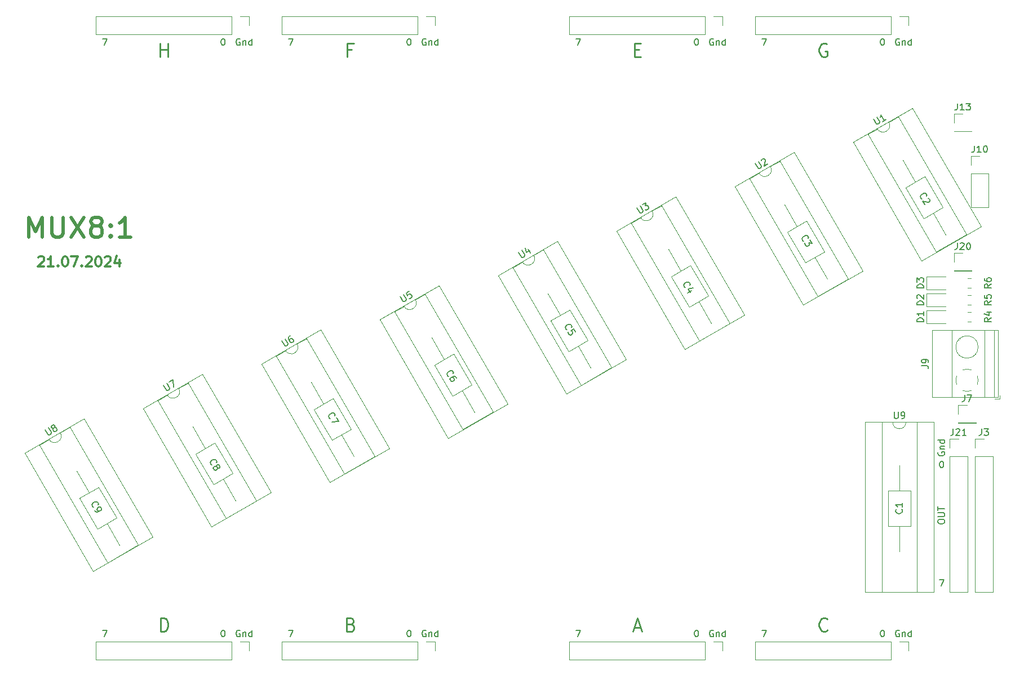
<source format=gbr>
%TF.GenerationSoftware,KiCad,Pcbnew,(5.1.8)-1*%
%TF.CreationDate,2024-07-21T13:54:42+03:00*%
%TF.ProjectId,MUX8x1-v5,4d555838-7831-42d7-9635-2e6b69636164,rev?*%
%TF.SameCoordinates,Original*%
%TF.FileFunction,Legend,Top*%
%TF.FilePolarity,Positive*%
%FSLAX46Y46*%
G04 Gerber Fmt 4.6, Leading zero omitted, Abs format (unit mm)*
G04 Created by KiCad (PCBNEW (5.1.8)-1) date 2024-07-21 13:54:42*
%MOMM*%
%LPD*%
G01*
G04 APERTURE LIST*
%ADD10C,0.300000*%
%ADD11C,0.500000*%
%ADD12C,0.150000*%
%ADD13C,0.250000*%
%ADD14C,0.120000*%
G04 APERTURE END LIST*
D10*
X33227142Y-67901428D02*
X33298571Y-67830000D01*
X33441428Y-67758571D01*
X33798571Y-67758571D01*
X33941428Y-67830000D01*
X34012857Y-67901428D01*
X34084285Y-68044285D01*
X34084285Y-68187142D01*
X34012857Y-68401428D01*
X33155714Y-69258571D01*
X34084285Y-69258571D01*
X35512857Y-69258571D02*
X34655714Y-69258571D01*
X35084285Y-69258571D02*
X35084285Y-67758571D01*
X34941428Y-67972857D01*
X34798571Y-68115714D01*
X34655714Y-68187142D01*
X36155714Y-69115714D02*
X36227142Y-69187142D01*
X36155714Y-69258571D01*
X36084285Y-69187142D01*
X36155714Y-69115714D01*
X36155714Y-69258571D01*
X37155714Y-67758571D02*
X37298571Y-67758571D01*
X37441428Y-67830000D01*
X37512857Y-67901428D01*
X37584285Y-68044285D01*
X37655714Y-68330000D01*
X37655714Y-68687142D01*
X37584285Y-68972857D01*
X37512857Y-69115714D01*
X37441428Y-69187142D01*
X37298571Y-69258571D01*
X37155714Y-69258571D01*
X37012857Y-69187142D01*
X36941428Y-69115714D01*
X36870000Y-68972857D01*
X36798571Y-68687142D01*
X36798571Y-68330000D01*
X36870000Y-68044285D01*
X36941428Y-67901428D01*
X37012857Y-67830000D01*
X37155714Y-67758571D01*
X38155714Y-67758571D02*
X39155714Y-67758571D01*
X38512857Y-69258571D01*
X39727142Y-69115714D02*
X39798571Y-69187142D01*
X39727142Y-69258571D01*
X39655714Y-69187142D01*
X39727142Y-69115714D01*
X39727142Y-69258571D01*
X40370000Y-67901428D02*
X40441428Y-67830000D01*
X40584285Y-67758571D01*
X40941428Y-67758571D01*
X41084285Y-67830000D01*
X41155714Y-67901428D01*
X41227142Y-68044285D01*
X41227142Y-68187142D01*
X41155714Y-68401428D01*
X40298571Y-69258571D01*
X41227142Y-69258571D01*
X42155714Y-67758571D02*
X42298571Y-67758571D01*
X42441428Y-67830000D01*
X42512857Y-67901428D01*
X42584285Y-68044285D01*
X42655714Y-68330000D01*
X42655714Y-68687142D01*
X42584285Y-68972857D01*
X42512857Y-69115714D01*
X42441428Y-69187142D01*
X42298571Y-69258571D01*
X42155714Y-69258571D01*
X42012857Y-69187142D01*
X41941428Y-69115714D01*
X41870000Y-68972857D01*
X41798571Y-68687142D01*
X41798571Y-68330000D01*
X41870000Y-68044285D01*
X41941428Y-67901428D01*
X42012857Y-67830000D01*
X42155714Y-67758571D01*
X43227142Y-67901428D02*
X43298571Y-67830000D01*
X43441428Y-67758571D01*
X43798571Y-67758571D01*
X43941428Y-67830000D01*
X44012857Y-67901428D01*
X44084285Y-68044285D01*
X44084285Y-68187142D01*
X44012857Y-68401428D01*
X43155714Y-69258571D01*
X44084285Y-69258571D01*
X45370000Y-68258571D02*
X45370000Y-69258571D01*
X45012857Y-67687142D02*
X44655714Y-68758571D01*
X45584285Y-68758571D01*
D11*
X31798571Y-64857142D02*
X31798571Y-61857142D01*
X32798571Y-64000000D01*
X33798571Y-61857142D01*
X33798571Y-64857142D01*
X35227142Y-61857142D02*
X35227142Y-64285714D01*
X35370000Y-64571428D01*
X35512857Y-64714285D01*
X35798571Y-64857142D01*
X36370000Y-64857142D01*
X36655714Y-64714285D01*
X36798571Y-64571428D01*
X36941428Y-64285714D01*
X36941428Y-61857142D01*
X38084285Y-61857142D02*
X40084285Y-64857142D01*
X40084285Y-61857142D02*
X38084285Y-64857142D01*
X41655714Y-63142857D02*
X41370000Y-63000000D01*
X41227142Y-62857142D01*
X41084285Y-62571428D01*
X41084285Y-62428571D01*
X41227142Y-62142857D01*
X41370000Y-62000000D01*
X41655714Y-61857142D01*
X42227142Y-61857142D01*
X42512857Y-62000000D01*
X42655714Y-62142857D01*
X42798571Y-62428571D01*
X42798571Y-62571428D01*
X42655714Y-62857142D01*
X42512857Y-63000000D01*
X42227142Y-63142857D01*
X41655714Y-63142857D01*
X41370000Y-63285714D01*
X41227142Y-63428571D01*
X41084285Y-63714285D01*
X41084285Y-64285714D01*
X41227142Y-64571428D01*
X41370000Y-64714285D01*
X41655714Y-64857142D01*
X42227142Y-64857142D01*
X42512857Y-64714285D01*
X42655714Y-64571428D01*
X42798571Y-64285714D01*
X42798571Y-63714285D01*
X42655714Y-63428571D01*
X42512857Y-63285714D01*
X42227142Y-63142857D01*
X44084285Y-64571428D02*
X44227142Y-64714285D01*
X44084285Y-64857142D01*
X43941428Y-64714285D01*
X44084285Y-64571428D01*
X44084285Y-64857142D01*
X44084285Y-63000000D02*
X44227142Y-63142857D01*
X44084285Y-63285714D01*
X43941428Y-63142857D01*
X44084285Y-63000000D01*
X44084285Y-63285714D01*
X47084285Y-64857142D02*
X45370000Y-64857142D01*
X46227142Y-64857142D02*
X46227142Y-61857142D01*
X45941428Y-62285714D01*
X45655714Y-62571428D01*
X45370000Y-62714285D01*
D12*
X162552142Y-123960000D02*
X162456904Y-123912380D01*
X162314047Y-123912380D01*
X162171190Y-123960000D01*
X162075952Y-124055238D01*
X162028333Y-124150476D01*
X161980714Y-124340952D01*
X161980714Y-124483809D01*
X162028333Y-124674285D01*
X162075952Y-124769523D01*
X162171190Y-124864761D01*
X162314047Y-124912380D01*
X162409285Y-124912380D01*
X162552142Y-124864761D01*
X162599761Y-124817142D01*
X162599761Y-124483809D01*
X162409285Y-124483809D01*
X163028333Y-124245714D02*
X163028333Y-124912380D01*
X163028333Y-124340952D02*
X163075952Y-124293333D01*
X163171190Y-124245714D01*
X163314047Y-124245714D01*
X163409285Y-124293333D01*
X163456904Y-124388571D01*
X163456904Y-124912380D01*
X164361666Y-124912380D02*
X164361666Y-123912380D01*
X164361666Y-124864761D02*
X164266428Y-124912380D01*
X164075952Y-124912380D01*
X163980714Y-124864761D01*
X163933095Y-124817142D01*
X163885476Y-124721904D01*
X163885476Y-124436190D01*
X163933095Y-124340952D01*
X163980714Y-124293333D01*
X164075952Y-124245714D01*
X164266428Y-124245714D01*
X164361666Y-124293333D01*
X134612142Y-123960000D02*
X134516904Y-123912380D01*
X134374047Y-123912380D01*
X134231190Y-123960000D01*
X134135952Y-124055238D01*
X134088333Y-124150476D01*
X134040714Y-124340952D01*
X134040714Y-124483809D01*
X134088333Y-124674285D01*
X134135952Y-124769523D01*
X134231190Y-124864761D01*
X134374047Y-124912380D01*
X134469285Y-124912380D01*
X134612142Y-124864761D01*
X134659761Y-124817142D01*
X134659761Y-124483809D01*
X134469285Y-124483809D01*
X135088333Y-124245714D02*
X135088333Y-124912380D01*
X135088333Y-124340952D02*
X135135952Y-124293333D01*
X135231190Y-124245714D01*
X135374047Y-124245714D01*
X135469285Y-124293333D01*
X135516904Y-124388571D01*
X135516904Y-124912380D01*
X136421666Y-124912380D02*
X136421666Y-123912380D01*
X136421666Y-124864761D02*
X136326428Y-124912380D01*
X136135952Y-124912380D01*
X136040714Y-124864761D01*
X135993095Y-124817142D01*
X135945476Y-124721904D01*
X135945476Y-124436190D01*
X135993095Y-124340952D01*
X136040714Y-124293333D01*
X136135952Y-124245714D01*
X136326428Y-124245714D01*
X136421666Y-124293333D01*
X91432142Y-123960000D02*
X91336904Y-123912380D01*
X91194047Y-123912380D01*
X91051190Y-123960000D01*
X90955952Y-124055238D01*
X90908333Y-124150476D01*
X90860714Y-124340952D01*
X90860714Y-124483809D01*
X90908333Y-124674285D01*
X90955952Y-124769523D01*
X91051190Y-124864761D01*
X91194047Y-124912380D01*
X91289285Y-124912380D01*
X91432142Y-124864761D01*
X91479761Y-124817142D01*
X91479761Y-124483809D01*
X91289285Y-124483809D01*
X91908333Y-124245714D02*
X91908333Y-124912380D01*
X91908333Y-124340952D02*
X91955952Y-124293333D01*
X92051190Y-124245714D01*
X92194047Y-124245714D01*
X92289285Y-124293333D01*
X92336904Y-124388571D01*
X92336904Y-124912380D01*
X93241666Y-124912380D02*
X93241666Y-123912380D01*
X93241666Y-124864761D02*
X93146428Y-124912380D01*
X92955952Y-124912380D01*
X92860714Y-124864761D01*
X92813095Y-124817142D01*
X92765476Y-124721904D01*
X92765476Y-124436190D01*
X92813095Y-124340952D01*
X92860714Y-124293333D01*
X92955952Y-124245714D01*
X93146428Y-124245714D01*
X93241666Y-124293333D01*
X63492142Y-123960000D02*
X63396904Y-123912380D01*
X63254047Y-123912380D01*
X63111190Y-123960000D01*
X63015952Y-124055238D01*
X62968333Y-124150476D01*
X62920714Y-124340952D01*
X62920714Y-124483809D01*
X62968333Y-124674285D01*
X63015952Y-124769523D01*
X63111190Y-124864761D01*
X63254047Y-124912380D01*
X63349285Y-124912380D01*
X63492142Y-124864761D01*
X63539761Y-124817142D01*
X63539761Y-124483809D01*
X63349285Y-124483809D01*
X63968333Y-124245714D02*
X63968333Y-124912380D01*
X63968333Y-124340952D02*
X64015952Y-124293333D01*
X64111190Y-124245714D01*
X64254047Y-124245714D01*
X64349285Y-124293333D01*
X64396904Y-124388571D01*
X64396904Y-124912380D01*
X65301666Y-124912380D02*
X65301666Y-123912380D01*
X65301666Y-124864761D02*
X65206428Y-124912380D01*
X65015952Y-124912380D01*
X64920714Y-124864761D01*
X64873095Y-124817142D01*
X64825476Y-124721904D01*
X64825476Y-124436190D01*
X64873095Y-124340952D01*
X64920714Y-124293333D01*
X65015952Y-124245714D01*
X65206428Y-124245714D01*
X65301666Y-124293333D01*
X63492142Y-35060000D02*
X63396904Y-35012380D01*
X63254047Y-35012380D01*
X63111190Y-35060000D01*
X63015952Y-35155238D01*
X62968333Y-35250476D01*
X62920714Y-35440952D01*
X62920714Y-35583809D01*
X62968333Y-35774285D01*
X63015952Y-35869523D01*
X63111190Y-35964761D01*
X63254047Y-36012380D01*
X63349285Y-36012380D01*
X63492142Y-35964761D01*
X63539761Y-35917142D01*
X63539761Y-35583809D01*
X63349285Y-35583809D01*
X63968333Y-35345714D02*
X63968333Y-36012380D01*
X63968333Y-35440952D02*
X64015952Y-35393333D01*
X64111190Y-35345714D01*
X64254047Y-35345714D01*
X64349285Y-35393333D01*
X64396904Y-35488571D01*
X64396904Y-36012380D01*
X65301666Y-36012380D02*
X65301666Y-35012380D01*
X65301666Y-35964761D02*
X65206428Y-36012380D01*
X65015952Y-36012380D01*
X64920714Y-35964761D01*
X64873095Y-35917142D01*
X64825476Y-35821904D01*
X64825476Y-35536190D01*
X64873095Y-35440952D01*
X64920714Y-35393333D01*
X65015952Y-35345714D01*
X65206428Y-35345714D01*
X65301666Y-35393333D01*
X91432142Y-35060000D02*
X91336904Y-35012380D01*
X91194047Y-35012380D01*
X91051190Y-35060000D01*
X90955952Y-35155238D01*
X90908333Y-35250476D01*
X90860714Y-35440952D01*
X90860714Y-35583809D01*
X90908333Y-35774285D01*
X90955952Y-35869523D01*
X91051190Y-35964761D01*
X91194047Y-36012380D01*
X91289285Y-36012380D01*
X91432142Y-35964761D01*
X91479761Y-35917142D01*
X91479761Y-35583809D01*
X91289285Y-35583809D01*
X91908333Y-35345714D02*
X91908333Y-36012380D01*
X91908333Y-35440952D02*
X91955952Y-35393333D01*
X92051190Y-35345714D01*
X92194047Y-35345714D01*
X92289285Y-35393333D01*
X92336904Y-35488571D01*
X92336904Y-36012380D01*
X93241666Y-36012380D02*
X93241666Y-35012380D01*
X93241666Y-35964761D02*
X93146428Y-36012380D01*
X92955952Y-36012380D01*
X92860714Y-35964761D01*
X92813095Y-35917142D01*
X92765476Y-35821904D01*
X92765476Y-35536190D01*
X92813095Y-35440952D01*
X92860714Y-35393333D01*
X92955952Y-35345714D01*
X93146428Y-35345714D01*
X93241666Y-35393333D01*
X134612142Y-35060000D02*
X134516904Y-35012380D01*
X134374047Y-35012380D01*
X134231190Y-35060000D01*
X134135952Y-35155238D01*
X134088333Y-35250476D01*
X134040714Y-35440952D01*
X134040714Y-35583809D01*
X134088333Y-35774285D01*
X134135952Y-35869523D01*
X134231190Y-35964761D01*
X134374047Y-36012380D01*
X134469285Y-36012380D01*
X134612142Y-35964761D01*
X134659761Y-35917142D01*
X134659761Y-35583809D01*
X134469285Y-35583809D01*
X135088333Y-35345714D02*
X135088333Y-36012380D01*
X135088333Y-35440952D02*
X135135952Y-35393333D01*
X135231190Y-35345714D01*
X135374047Y-35345714D01*
X135469285Y-35393333D01*
X135516904Y-35488571D01*
X135516904Y-36012380D01*
X136421666Y-36012380D02*
X136421666Y-35012380D01*
X136421666Y-35964761D02*
X136326428Y-36012380D01*
X136135952Y-36012380D01*
X136040714Y-35964761D01*
X135993095Y-35917142D01*
X135945476Y-35821904D01*
X135945476Y-35536190D01*
X135993095Y-35440952D01*
X136040714Y-35393333D01*
X136135952Y-35345714D01*
X136326428Y-35345714D01*
X136421666Y-35393333D01*
X162552142Y-35060000D02*
X162456904Y-35012380D01*
X162314047Y-35012380D01*
X162171190Y-35060000D01*
X162075952Y-35155238D01*
X162028333Y-35250476D01*
X161980714Y-35440952D01*
X161980714Y-35583809D01*
X162028333Y-35774285D01*
X162075952Y-35869523D01*
X162171190Y-35964761D01*
X162314047Y-36012380D01*
X162409285Y-36012380D01*
X162552142Y-35964761D01*
X162599761Y-35917142D01*
X162599761Y-35583809D01*
X162409285Y-35583809D01*
X163028333Y-35345714D02*
X163028333Y-36012380D01*
X163028333Y-35440952D02*
X163075952Y-35393333D01*
X163171190Y-35345714D01*
X163314047Y-35345714D01*
X163409285Y-35393333D01*
X163456904Y-35488571D01*
X163456904Y-36012380D01*
X164361666Y-36012380D02*
X164361666Y-35012380D01*
X164361666Y-35964761D02*
X164266428Y-36012380D01*
X164075952Y-36012380D01*
X163980714Y-35964761D01*
X163933095Y-35917142D01*
X163885476Y-35821904D01*
X163885476Y-35536190D01*
X163933095Y-35440952D01*
X163980714Y-35393333D01*
X164075952Y-35345714D01*
X164266428Y-35345714D01*
X164361666Y-35393333D01*
X168410000Y-97162857D02*
X168362380Y-97258095D01*
X168362380Y-97400952D01*
X168410000Y-97543809D01*
X168505238Y-97639047D01*
X168600476Y-97686666D01*
X168790952Y-97734285D01*
X168933809Y-97734285D01*
X169124285Y-97686666D01*
X169219523Y-97639047D01*
X169314761Y-97543809D01*
X169362380Y-97400952D01*
X169362380Y-97305714D01*
X169314761Y-97162857D01*
X169267142Y-97115238D01*
X168933809Y-97115238D01*
X168933809Y-97305714D01*
X168695714Y-96686666D02*
X169362380Y-96686666D01*
X168790952Y-96686666D02*
X168743333Y-96639047D01*
X168695714Y-96543809D01*
X168695714Y-96400952D01*
X168743333Y-96305714D01*
X168838571Y-96258095D01*
X169362380Y-96258095D01*
X169362380Y-95353333D02*
X168362380Y-95353333D01*
X169314761Y-95353333D02*
X169362380Y-95448571D01*
X169362380Y-95639047D01*
X169314761Y-95734285D01*
X169267142Y-95781904D01*
X169171904Y-95829523D01*
X168886190Y-95829523D01*
X168790952Y-95781904D01*
X168743333Y-95734285D01*
X168695714Y-95639047D01*
X168695714Y-95448571D01*
X168743333Y-95353333D01*
X168862380Y-98512380D02*
X168957619Y-98512380D01*
X169052857Y-98560000D01*
X169100476Y-98607619D01*
X169148095Y-98702857D01*
X169195714Y-98893333D01*
X169195714Y-99131428D01*
X169148095Y-99321904D01*
X169100476Y-99417142D01*
X169052857Y-99464761D01*
X168957619Y-99512380D01*
X168862380Y-99512380D01*
X168767142Y-99464761D01*
X168719523Y-99417142D01*
X168671904Y-99321904D01*
X168624285Y-99131428D01*
X168624285Y-98893333D01*
X168671904Y-98702857D01*
X168719523Y-98607619D01*
X168767142Y-98560000D01*
X168862380Y-98512380D01*
X168576666Y-116292380D02*
X169243333Y-116292380D01*
X168814761Y-117292380D01*
X168362380Y-107680000D02*
X168362380Y-107489523D01*
X168410000Y-107394285D01*
X168505238Y-107299047D01*
X168695714Y-107251428D01*
X169029047Y-107251428D01*
X169219523Y-107299047D01*
X169314761Y-107394285D01*
X169362380Y-107489523D01*
X169362380Y-107680000D01*
X169314761Y-107775238D01*
X169219523Y-107870476D01*
X169029047Y-107918095D01*
X168695714Y-107918095D01*
X168505238Y-107870476D01*
X168410000Y-107775238D01*
X168362380Y-107680000D01*
X168362380Y-106822857D02*
X169171904Y-106822857D01*
X169267142Y-106775238D01*
X169314761Y-106727619D01*
X169362380Y-106632380D01*
X169362380Y-106441904D01*
X169314761Y-106346666D01*
X169267142Y-106299047D01*
X169171904Y-106251428D01*
X168362380Y-106251428D01*
X168362380Y-105918095D02*
X168362380Y-105346666D01*
X169362380Y-105632380D02*
X168362380Y-105632380D01*
X60912380Y-35012380D02*
X61007619Y-35012380D01*
X61102857Y-35060000D01*
X61150476Y-35107619D01*
X61198095Y-35202857D01*
X61245714Y-35393333D01*
X61245714Y-35631428D01*
X61198095Y-35821904D01*
X61150476Y-35917142D01*
X61102857Y-35964761D01*
X61007619Y-36012380D01*
X60912380Y-36012380D01*
X60817142Y-35964761D01*
X60769523Y-35917142D01*
X60721904Y-35821904D01*
X60674285Y-35631428D01*
X60674285Y-35393333D01*
X60721904Y-35202857D01*
X60769523Y-35107619D01*
X60817142Y-35060000D01*
X60912380Y-35012380D01*
X42846666Y-35012380D02*
X43513333Y-35012380D01*
X43084761Y-36012380D01*
X88852380Y-35012380D02*
X88947619Y-35012380D01*
X89042857Y-35060000D01*
X89090476Y-35107619D01*
X89138095Y-35202857D01*
X89185714Y-35393333D01*
X89185714Y-35631428D01*
X89138095Y-35821904D01*
X89090476Y-35917142D01*
X89042857Y-35964761D01*
X88947619Y-36012380D01*
X88852380Y-36012380D01*
X88757142Y-35964761D01*
X88709523Y-35917142D01*
X88661904Y-35821904D01*
X88614285Y-35631428D01*
X88614285Y-35393333D01*
X88661904Y-35202857D01*
X88709523Y-35107619D01*
X88757142Y-35060000D01*
X88852380Y-35012380D01*
X70786666Y-35012380D02*
X71453333Y-35012380D01*
X71024761Y-36012380D01*
X132032380Y-35012380D02*
X132127619Y-35012380D01*
X132222857Y-35060000D01*
X132270476Y-35107619D01*
X132318095Y-35202857D01*
X132365714Y-35393333D01*
X132365714Y-35631428D01*
X132318095Y-35821904D01*
X132270476Y-35917142D01*
X132222857Y-35964761D01*
X132127619Y-36012380D01*
X132032380Y-36012380D01*
X131937142Y-35964761D01*
X131889523Y-35917142D01*
X131841904Y-35821904D01*
X131794285Y-35631428D01*
X131794285Y-35393333D01*
X131841904Y-35202857D01*
X131889523Y-35107619D01*
X131937142Y-35060000D01*
X132032380Y-35012380D01*
X113966666Y-35012380D02*
X114633333Y-35012380D01*
X114204761Y-36012380D01*
X159972380Y-35012380D02*
X160067619Y-35012380D01*
X160162857Y-35060000D01*
X160210476Y-35107619D01*
X160258095Y-35202857D01*
X160305714Y-35393333D01*
X160305714Y-35631428D01*
X160258095Y-35821904D01*
X160210476Y-35917142D01*
X160162857Y-35964761D01*
X160067619Y-36012380D01*
X159972380Y-36012380D01*
X159877142Y-35964761D01*
X159829523Y-35917142D01*
X159781904Y-35821904D01*
X159734285Y-35631428D01*
X159734285Y-35393333D01*
X159781904Y-35202857D01*
X159829523Y-35107619D01*
X159877142Y-35060000D01*
X159972380Y-35012380D01*
X141906666Y-35012380D02*
X142573333Y-35012380D01*
X142144761Y-36012380D01*
X159972380Y-123912380D02*
X160067619Y-123912380D01*
X160162857Y-123960000D01*
X160210476Y-124007619D01*
X160258095Y-124102857D01*
X160305714Y-124293333D01*
X160305714Y-124531428D01*
X160258095Y-124721904D01*
X160210476Y-124817142D01*
X160162857Y-124864761D01*
X160067619Y-124912380D01*
X159972380Y-124912380D01*
X159877142Y-124864761D01*
X159829523Y-124817142D01*
X159781904Y-124721904D01*
X159734285Y-124531428D01*
X159734285Y-124293333D01*
X159781904Y-124102857D01*
X159829523Y-124007619D01*
X159877142Y-123960000D01*
X159972380Y-123912380D01*
X141906666Y-123912380D02*
X142573333Y-123912380D01*
X142144761Y-124912380D01*
X132032380Y-123912380D02*
X132127619Y-123912380D01*
X132222857Y-123960000D01*
X132270476Y-124007619D01*
X132318095Y-124102857D01*
X132365714Y-124293333D01*
X132365714Y-124531428D01*
X132318095Y-124721904D01*
X132270476Y-124817142D01*
X132222857Y-124864761D01*
X132127619Y-124912380D01*
X132032380Y-124912380D01*
X131937142Y-124864761D01*
X131889523Y-124817142D01*
X131841904Y-124721904D01*
X131794285Y-124531428D01*
X131794285Y-124293333D01*
X131841904Y-124102857D01*
X131889523Y-124007619D01*
X131937142Y-123960000D01*
X132032380Y-123912380D01*
X113966666Y-123912380D02*
X114633333Y-123912380D01*
X114204761Y-124912380D01*
X88852380Y-123912380D02*
X88947619Y-123912380D01*
X89042857Y-123960000D01*
X89090476Y-124007619D01*
X89138095Y-124102857D01*
X89185714Y-124293333D01*
X89185714Y-124531428D01*
X89138095Y-124721904D01*
X89090476Y-124817142D01*
X89042857Y-124864761D01*
X88947619Y-124912380D01*
X88852380Y-124912380D01*
X88757142Y-124864761D01*
X88709523Y-124817142D01*
X88661904Y-124721904D01*
X88614285Y-124531428D01*
X88614285Y-124293333D01*
X88661904Y-124102857D01*
X88709523Y-124007619D01*
X88757142Y-123960000D01*
X88852380Y-123912380D01*
X70786666Y-123912380D02*
X71453333Y-123912380D01*
X71024761Y-124912380D01*
X42846666Y-123912380D02*
X43513333Y-123912380D01*
X43084761Y-124912380D01*
X60912380Y-123912380D02*
X61007619Y-123912380D01*
X61102857Y-123960000D01*
X61150476Y-124007619D01*
X61198095Y-124102857D01*
X61245714Y-124293333D01*
X61245714Y-124531428D01*
X61198095Y-124721904D01*
X61150476Y-124817142D01*
X61102857Y-124864761D01*
X61007619Y-124912380D01*
X60912380Y-124912380D01*
X60817142Y-124864761D01*
X60769523Y-124817142D01*
X60721904Y-124721904D01*
X60674285Y-124531428D01*
X60674285Y-124293333D01*
X60721904Y-124102857D01*
X60769523Y-124007619D01*
X60817142Y-123960000D01*
X60912380Y-123912380D01*
D13*
X151749047Y-123904285D02*
X151653809Y-123999523D01*
X151368095Y-124094761D01*
X151177619Y-124094761D01*
X150891904Y-123999523D01*
X150701428Y-123809047D01*
X150606190Y-123618571D01*
X150510952Y-123237619D01*
X150510952Y-122951904D01*
X150606190Y-122570952D01*
X150701428Y-122380476D01*
X150891904Y-122190000D01*
X151177619Y-122094761D01*
X151368095Y-122094761D01*
X151653809Y-122190000D01*
X151749047Y-122285238D01*
X122713809Y-123523333D02*
X123666190Y-123523333D01*
X122523333Y-124094761D02*
X123190000Y-122094761D01*
X123856666Y-124094761D01*
X80152857Y-123047142D02*
X80438571Y-123142380D01*
X80533809Y-123237619D01*
X80629047Y-123428095D01*
X80629047Y-123713809D01*
X80533809Y-123904285D01*
X80438571Y-123999523D01*
X80248095Y-124094761D01*
X79486190Y-124094761D01*
X79486190Y-122094761D01*
X80152857Y-122094761D01*
X80343333Y-122190000D01*
X80438571Y-122285238D01*
X80533809Y-122475714D01*
X80533809Y-122666190D01*
X80438571Y-122856666D01*
X80343333Y-122951904D01*
X80152857Y-123047142D01*
X79486190Y-123047142D01*
X51546190Y-124094761D02*
X51546190Y-122094761D01*
X52022380Y-122094761D01*
X52308095Y-122190000D01*
X52498571Y-122380476D01*
X52593809Y-122570952D01*
X52689047Y-122951904D01*
X52689047Y-123237619D01*
X52593809Y-123618571D01*
X52498571Y-123809047D01*
X52308095Y-123999523D01*
X52022380Y-124094761D01*
X51546190Y-124094761D01*
X122761428Y-36687142D02*
X123428095Y-36687142D01*
X123713809Y-37734761D02*
X122761428Y-37734761D01*
X122761428Y-35734761D01*
X123713809Y-35734761D01*
X151653809Y-35830000D02*
X151463333Y-35734761D01*
X151177619Y-35734761D01*
X150891904Y-35830000D01*
X150701428Y-36020476D01*
X150606190Y-36210952D01*
X150510952Y-36591904D01*
X150510952Y-36877619D01*
X150606190Y-37258571D01*
X150701428Y-37449047D01*
X150891904Y-37639523D01*
X151177619Y-37734761D01*
X151368095Y-37734761D01*
X151653809Y-37639523D01*
X151749047Y-37544285D01*
X151749047Y-36877619D01*
X151368095Y-36877619D01*
X51498571Y-37734761D02*
X51498571Y-35734761D01*
X51498571Y-36687142D02*
X52641428Y-36687142D01*
X52641428Y-37734761D02*
X52641428Y-35734761D01*
X80295714Y-36687142D02*
X79629047Y-36687142D01*
X79629047Y-37734761D02*
X79629047Y-35734761D01*
X80581428Y-35734761D01*
D14*
%TO.C,J20*%
X170755000Y-69910000D02*
X173415000Y-69910000D01*
X170755000Y-69850000D02*
X170755000Y-69910000D01*
X173415000Y-69850000D02*
X173415000Y-69910000D01*
X170755000Y-69850000D02*
X173415000Y-69850000D01*
X170755000Y-68580000D02*
X170755000Y-67250000D01*
X170755000Y-67250000D02*
X172085000Y-67250000D01*
%TO.C,J11*%
X140910000Y-125670000D02*
X140910000Y-128330000D01*
X161290000Y-125670000D02*
X140910000Y-125670000D01*
X161290000Y-128330000D02*
X140910000Y-128330000D01*
X161290000Y-125670000D02*
X161290000Y-128330000D01*
X162560000Y-125670000D02*
X163890000Y-125670000D01*
X163890000Y-125670000D02*
X163890000Y-127000000D01*
%TO.C,U9*%
X161560000Y-92650000D02*
X159910000Y-92650000D01*
X159910000Y-92650000D02*
X159910000Y-118170000D01*
X159910000Y-118170000D02*
X165210000Y-118170000D01*
X165210000Y-118170000D02*
X165210000Y-92650000D01*
X165210000Y-92650000D02*
X163560000Y-92650000D01*
X157420000Y-92590000D02*
X157420000Y-118230000D01*
X157420000Y-118230000D02*
X167700000Y-118230000D01*
X167700000Y-118230000D02*
X167700000Y-92590000D01*
X167700000Y-92590000D02*
X157420000Y-92590000D01*
X163560000Y-92650000D02*
G75*
G02*
X161560000Y-92650000I-1000000J0D01*
G01*
%TO.C,U8*%
X34788531Y-95233186D02*
X33359589Y-96058186D01*
X33359589Y-96058186D02*
X43579589Y-113759745D01*
X43579589Y-113759745D02*
X48169524Y-111109745D01*
X48169524Y-111109745D02*
X37949524Y-93408186D01*
X37949524Y-93408186D02*
X36520582Y-94233186D01*
X31173186Y-97251225D02*
X41453186Y-115056707D01*
X41453186Y-115056707D02*
X50355927Y-109916707D01*
X50355927Y-109916707D02*
X40075927Y-92111225D01*
X40075927Y-92111225D02*
X31173186Y-97251225D01*
X36520583Y-94233186D02*
G75*
G02*
X34788531Y-95233186I-866026J-500000D01*
G01*
%TO.C,U7*%
X52568531Y-88565686D02*
X51139589Y-89390686D01*
X51139589Y-89390686D02*
X61359589Y-107092245D01*
X61359589Y-107092245D02*
X65949524Y-104442245D01*
X65949524Y-104442245D02*
X55729524Y-86740686D01*
X55729524Y-86740686D02*
X54300582Y-87565686D01*
X48953186Y-90583725D02*
X59233186Y-108389207D01*
X59233186Y-108389207D02*
X68135927Y-103249207D01*
X68135927Y-103249207D02*
X57855927Y-85443725D01*
X57855927Y-85443725D02*
X48953186Y-90583725D01*
X54300583Y-87565686D02*
G75*
G02*
X52568531Y-88565686I-866026J-500000D01*
G01*
%TO.C,U6*%
X70348531Y-81898186D02*
X68919589Y-82723186D01*
X68919589Y-82723186D02*
X79139589Y-100424745D01*
X79139589Y-100424745D02*
X83729524Y-97774745D01*
X83729524Y-97774745D02*
X73509524Y-80073186D01*
X73509524Y-80073186D02*
X72080582Y-80898186D01*
X66733186Y-83916225D02*
X77013186Y-101721707D01*
X77013186Y-101721707D02*
X85915927Y-96581707D01*
X85915927Y-96581707D02*
X75635927Y-78776225D01*
X75635927Y-78776225D02*
X66733186Y-83916225D01*
X72080583Y-80898186D02*
G75*
G02*
X70348531Y-81898186I-866026J-500000D01*
G01*
%TO.C,U5*%
X88128531Y-75230686D02*
X86699589Y-76055686D01*
X86699589Y-76055686D02*
X96919589Y-93757245D01*
X96919589Y-93757245D02*
X101509524Y-91107245D01*
X101509524Y-91107245D02*
X91289524Y-73405686D01*
X91289524Y-73405686D02*
X89860582Y-74230686D01*
X84513186Y-77248725D02*
X94793186Y-95054207D01*
X94793186Y-95054207D02*
X103695927Y-89914207D01*
X103695927Y-89914207D02*
X93415927Y-72108725D01*
X93415927Y-72108725D02*
X84513186Y-77248725D01*
X89860583Y-74230686D02*
G75*
G02*
X88128531Y-75230686I-866026J-500000D01*
G01*
%TO.C,U4*%
X105908531Y-68563186D02*
X104479589Y-69388186D01*
X104479589Y-69388186D02*
X114699589Y-87089745D01*
X114699589Y-87089745D02*
X119289524Y-84439745D01*
X119289524Y-84439745D02*
X109069524Y-66738186D01*
X109069524Y-66738186D02*
X107640582Y-67563186D01*
X102293186Y-70581225D02*
X112573186Y-88386707D01*
X112573186Y-88386707D02*
X121475927Y-83246707D01*
X121475927Y-83246707D02*
X111195927Y-65441225D01*
X111195927Y-65441225D02*
X102293186Y-70581225D01*
X107640583Y-67563186D02*
G75*
G02*
X105908531Y-68563186I-866026J-500000D01*
G01*
%TO.C,U3*%
X123688531Y-61895686D02*
X122259589Y-62720686D01*
X122259589Y-62720686D02*
X132479589Y-80422245D01*
X132479589Y-80422245D02*
X137069524Y-77772245D01*
X137069524Y-77772245D02*
X126849524Y-60070686D01*
X126849524Y-60070686D02*
X125420582Y-60895686D01*
X120073186Y-63913725D02*
X130353186Y-81719207D01*
X130353186Y-81719207D02*
X139255927Y-76579207D01*
X139255927Y-76579207D02*
X128975927Y-58773725D01*
X128975927Y-58773725D02*
X120073186Y-63913725D01*
X125420583Y-60895686D02*
G75*
G02*
X123688531Y-61895686I-866026J-500000D01*
G01*
%TO.C,U2*%
X141468531Y-55228186D02*
X140039589Y-56053186D01*
X140039589Y-56053186D02*
X150259589Y-73754745D01*
X150259589Y-73754745D02*
X154849524Y-71104745D01*
X154849524Y-71104745D02*
X144629524Y-53403186D01*
X144629524Y-53403186D02*
X143200582Y-54228186D01*
X137853186Y-57246225D02*
X148133186Y-75051707D01*
X148133186Y-75051707D02*
X157035927Y-69911707D01*
X157035927Y-69911707D02*
X146755927Y-52106225D01*
X146755927Y-52106225D02*
X137853186Y-57246225D01*
X143200583Y-54228186D02*
G75*
G02*
X141468531Y-55228186I-866026J-500000D01*
G01*
%TO.C,U1*%
X159248531Y-48560686D02*
X157819589Y-49385686D01*
X157819589Y-49385686D02*
X168039589Y-67087245D01*
X168039589Y-67087245D02*
X172629524Y-64437245D01*
X172629524Y-64437245D02*
X162409524Y-46735686D01*
X162409524Y-46735686D02*
X160980582Y-47560686D01*
X155633186Y-50578725D02*
X165913186Y-68384207D01*
X165913186Y-68384207D02*
X174815927Y-63244207D01*
X174815927Y-63244207D02*
X164535927Y-45438725D01*
X164535927Y-45438725D02*
X155633186Y-50578725D01*
X160980583Y-47560686D02*
G75*
G02*
X159248531Y-48560686I-866026J-500000D01*
G01*
%TO.C,R6*%
X172857936Y-71020000D02*
X173312064Y-71020000D01*
X172857936Y-72490000D02*
X173312064Y-72490000D01*
%TO.C,R5*%
X172857936Y-73560000D02*
X173312064Y-73560000D01*
X172857936Y-75030000D02*
X173312064Y-75030000D01*
%TO.C,R4*%
X172857936Y-76100000D02*
X173312064Y-76100000D01*
X172857936Y-77570000D02*
X173312064Y-77570000D01*
%TO.C,J21*%
X170120000Y-118170000D02*
X172780000Y-118170000D01*
X170120000Y-97790000D02*
X170120000Y-118170000D01*
X172780000Y-97790000D02*
X172780000Y-118170000D01*
X170120000Y-97790000D02*
X172780000Y-97790000D01*
X170120000Y-96520000D02*
X170120000Y-95190000D01*
X170120000Y-95190000D02*
X171450000Y-95190000D01*
%TO.C,J16*%
X41850000Y-31690000D02*
X41850000Y-34350000D01*
X62230000Y-31690000D02*
X41850000Y-31690000D01*
X62230000Y-34350000D02*
X41850000Y-34350000D01*
X62230000Y-31690000D02*
X62230000Y-34350000D01*
X63500000Y-31690000D02*
X64830000Y-31690000D01*
X64830000Y-31690000D02*
X64830000Y-33020000D01*
%TO.C,J15*%
X41850000Y-125670000D02*
X41850000Y-128330000D01*
X62230000Y-125670000D02*
X41850000Y-125670000D01*
X62230000Y-128330000D02*
X41850000Y-128330000D01*
X62230000Y-125670000D02*
X62230000Y-128330000D01*
X63500000Y-125670000D02*
X64830000Y-125670000D01*
X64830000Y-125670000D02*
X64830000Y-127000000D01*
%TO.C,J13*%
X170755000Y-48955000D02*
X173415000Y-48955000D01*
X170755000Y-48895000D02*
X170755000Y-48955000D01*
X173415000Y-48895000D02*
X173415000Y-48955000D01*
X170755000Y-48895000D02*
X173415000Y-48895000D01*
X170755000Y-47625000D02*
X170755000Y-46295000D01*
X170755000Y-46295000D02*
X172085000Y-46295000D01*
%TO.C,J12*%
X140910000Y-31690000D02*
X140910000Y-34350000D01*
X161290000Y-31690000D02*
X140910000Y-31690000D01*
X161290000Y-34350000D02*
X140910000Y-34350000D01*
X161290000Y-31690000D02*
X161290000Y-34350000D01*
X162560000Y-31690000D02*
X163890000Y-31690000D01*
X163890000Y-31690000D02*
X163890000Y-33020000D01*
%TO.C,J10*%
X173295000Y-60385000D02*
X175955000Y-60385000D01*
X173295000Y-55245000D02*
X173295000Y-60385000D01*
X175955000Y-55245000D02*
X175955000Y-60385000D01*
X173295000Y-55245000D02*
X175955000Y-55245000D01*
X173295000Y-53975000D02*
X173295000Y-52645000D01*
X173295000Y-52645000D02*
X174625000Y-52645000D01*
%TO.C,J9*%
X174400000Y-81360000D02*
G75*
G03*
X174400000Y-81360000I-1680000J0D01*
G01*
X176820000Y-88920000D02*
X176820000Y-78800000D01*
X175320000Y-88920000D02*
X175320000Y-78800000D01*
X170419000Y-88920000D02*
X170419000Y-78800000D01*
X167459000Y-88920000D02*
X167459000Y-78800000D01*
X177380000Y-88920000D02*
X177380000Y-78800000D01*
X167459000Y-88920000D02*
X177380000Y-88920000D01*
X167459000Y-78800000D02*
X177380000Y-78800000D01*
X171651000Y-80085000D02*
X171697000Y-80132000D01*
X173959000Y-82394000D02*
X173994000Y-82429000D01*
X171445000Y-80290000D02*
X171481000Y-80325000D01*
X173743000Y-82587000D02*
X173789000Y-82634000D01*
X176880000Y-89160000D02*
X177620000Y-89160000D01*
X177620000Y-89160000D02*
X177620000Y-88660000D01*
X174400253Y-86331195D02*
G75*
G02*
X174255000Y-87044000I-1680253J-28805D01*
G01*
X173403042Y-87895426D02*
G75*
G02*
X172036000Y-87895000I-683042J1535426D01*
G01*
X171184574Y-87043042D02*
G75*
G02*
X171185000Y-85676000I1535426J683042D01*
G01*
X172036958Y-84824574D02*
G75*
G02*
X173404000Y-84825000I683042J-1535426D01*
G01*
X174254756Y-85676682D02*
G75*
G02*
X174400000Y-86360000I-1534756J-683318D01*
G01*
%TO.C,J7*%
X171390000Y-92770000D02*
X174050000Y-92770000D01*
X171390000Y-92710000D02*
X171390000Y-92770000D01*
X174050000Y-92710000D02*
X174050000Y-92770000D01*
X171390000Y-92710000D02*
X174050000Y-92710000D01*
X171390000Y-91440000D02*
X171390000Y-90110000D01*
X171390000Y-90110000D02*
X172720000Y-90110000D01*
%TO.C,J6*%
X69790000Y-31690000D02*
X69790000Y-34350000D01*
X90170000Y-31690000D02*
X69790000Y-31690000D01*
X90170000Y-34350000D02*
X69790000Y-34350000D01*
X90170000Y-31690000D02*
X90170000Y-34350000D01*
X91440000Y-31690000D02*
X92770000Y-31690000D01*
X92770000Y-31690000D02*
X92770000Y-33020000D01*
%TO.C,J5*%
X69790000Y-125670000D02*
X69790000Y-128330000D01*
X90170000Y-125670000D02*
X69790000Y-125670000D01*
X90170000Y-128330000D02*
X69790000Y-128330000D01*
X90170000Y-125670000D02*
X90170000Y-128330000D01*
X91440000Y-125670000D02*
X92770000Y-125670000D01*
X92770000Y-125670000D02*
X92770000Y-127000000D01*
%TO.C,J3*%
X173930000Y-118170000D02*
X176590000Y-118170000D01*
X173930000Y-97790000D02*
X173930000Y-118170000D01*
X176590000Y-97790000D02*
X176590000Y-118170000D01*
X173930000Y-97790000D02*
X176590000Y-97790000D01*
X173930000Y-96520000D02*
X173930000Y-95190000D01*
X173930000Y-95190000D02*
X175260000Y-95190000D01*
%TO.C,J2*%
X112970000Y-31690000D02*
X112970000Y-34350000D01*
X133350000Y-31690000D02*
X112970000Y-31690000D01*
X133350000Y-34350000D02*
X112970000Y-34350000D01*
X133350000Y-31690000D02*
X133350000Y-34350000D01*
X134620000Y-31690000D02*
X135950000Y-31690000D01*
X135950000Y-31690000D02*
X135950000Y-33020000D01*
%TO.C,J1*%
X112970000Y-125670000D02*
X112970000Y-128330000D01*
X133350000Y-125670000D02*
X112970000Y-125670000D01*
X133350000Y-128330000D02*
X112970000Y-128330000D01*
X133350000Y-125670000D02*
X133350000Y-128330000D01*
X134620000Y-125670000D02*
X135950000Y-125670000D01*
X135950000Y-125670000D02*
X135950000Y-127000000D01*
%TO.C,D3*%
X169520000Y-70795000D02*
X166660000Y-70795000D01*
X166660000Y-70795000D02*
X166660000Y-72715000D01*
X166660000Y-72715000D02*
X169520000Y-72715000D01*
%TO.C,D2*%
X169520000Y-73335000D02*
X166660000Y-73335000D01*
X166660000Y-73335000D02*
X166660000Y-75255000D01*
X166660000Y-75255000D02*
X169520000Y-75255000D01*
%TO.C,D1*%
X169520000Y-75875000D02*
X166660000Y-75875000D01*
X166660000Y-75875000D02*
X166660000Y-77795000D01*
X166660000Y-77795000D02*
X169520000Y-77795000D01*
%TO.C,C9*%
X42278762Y-102407903D02*
X39386238Y-104077903D01*
X39386238Y-104077903D02*
X42056238Y-108702478D01*
X42056238Y-108702478D02*
X44948762Y-107032478D01*
X44948762Y-107032478D02*
X42278762Y-102407903D01*
X38937500Y-99960666D02*
X40832500Y-103242903D01*
X45397500Y-111149715D02*
X43502500Y-107867478D01*
%TO.C,C8*%
X59741262Y-95740403D02*
X56848738Y-97410403D01*
X56848738Y-97410403D02*
X59518738Y-102034978D01*
X59518738Y-102034978D02*
X62411262Y-100364978D01*
X62411262Y-100364978D02*
X59741262Y-95740403D01*
X56400000Y-93293166D02*
X58295000Y-96575403D01*
X62860000Y-104482215D02*
X60965000Y-101199978D01*
%TO.C,C7*%
X77521262Y-89072903D02*
X74628738Y-90742903D01*
X74628738Y-90742903D02*
X77298738Y-95367478D01*
X77298738Y-95367478D02*
X80191262Y-93697478D01*
X80191262Y-93697478D02*
X77521262Y-89072903D01*
X74180000Y-86625666D02*
X76075000Y-89907903D01*
X80640000Y-97814715D02*
X78745000Y-94532478D01*
%TO.C,C6*%
X95618762Y-82405403D02*
X92726238Y-84075403D01*
X92726238Y-84075403D02*
X95396238Y-88699978D01*
X95396238Y-88699978D02*
X98288762Y-87029978D01*
X98288762Y-87029978D02*
X95618762Y-82405403D01*
X92277500Y-79958166D02*
X94172500Y-83240403D01*
X98737500Y-91147215D02*
X96842500Y-87864978D01*
%TO.C,C5*%
X113081262Y-75737903D02*
X110188738Y-77407903D01*
X110188738Y-77407903D02*
X112858738Y-82032478D01*
X112858738Y-82032478D02*
X115751262Y-80362478D01*
X115751262Y-80362478D02*
X113081262Y-75737903D01*
X109740000Y-73290666D02*
X111635000Y-76572903D01*
X116200000Y-84479715D02*
X114305000Y-81197478D01*
%TO.C,C4*%
X131178762Y-69070403D02*
X128286238Y-70740403D01*
X128286238Y-70740403D02*
X130956238Y-75364978D01*
X130956238Y-75364978D02*
X133848762Y-73694978D01*
X133848762Y-73694978D02*
X131178762Y-69070403D01*
X127837500Y-66623166D02*
X129732500Y-69905403D01*
X134297500Y-77812215D02*
X132402500Y-74529978D01*
%TO.C,C3*%
X148641262Y-62402903D02*
X145748738Y-64072903D01*
X145748738Y-64072903D02*
X148418738Y-68697478D01*
X148418738Y-68697478D02*
X151311262Y-67027478D01*
X151311262Y-67027478D02*
X148641262Y-62402903D01*
X145300000Y-59955666D02*
X147195000Y-63237903D01*
X151760000Y-71144715D02*
X149865000Y-67862478D01*
%TO.C,C2*%
X166421262Y-55735403D02*
X163528738Y-57405403D01*
X163528738Y-57405403D02*
X166198738Y-62029978D01*
X166198738Y-62029978D02*
X169091262Y-60359978D01*
X169091262Y-60359978D02*
X166421262Y-55735403D01*
X163080000Y-53288166D02*
X164975000Y-56570403D01*
X169540000Y-64477215D02*
X167645000Y-61194978D01*
%TO.C,C1*%
X164230000Y-102937500D02*
X160890000Y-102937500D01*
X160890000Y-102937500D02*
X160890000Y-108277500D01*
X160890000Y-108277500D02*
X164230000Y-108277500D01*
X164230000Y-108277500D02*
X164230000Y-102937500D01*
X162560000Y-99147500D02*
X162560000Y-102937500D01*
X162560000Y-112067500D02*
X162560000Y-108277500D01*
%TO.C,J20*%
D12*
X171275476Y-65702380D02*
X171275476Y-66416666D01*
X171227857Y-66559523D01*
X171132619Y-66654761D01*
X170989761Y-66702380D01*
X170894523Y-66702380D01*
X171704047Y-65797619D02*
X171751666Y-65750000D01*
X171846904Y-65702380D01*
X172085000Y-65702380D01*
X172180238Y-65750000D01*
X172227857Y-65797619D01*
X172275476Y-65892857D01*
X172275476Y-65988095D01*
X172227857Y-66130952D01*
X171656428Y-66702380D01*
X172275476Y-66702380D01*
X172894523Y-65702380D02*
X172989761Y-65702380D01*
X173085000Y-65750000D01*
X173132619Y-65797619D01*
X173180238Y-65892857D01*
X173227857Y-66083333D01*
X173227857Y-66321428D01*
X173180238Y-66511904D01*
X173132619Y-66607142D01*
X173085000Y-66654761D01*
X172989761Y-66702380D01*
X172894523Y-66702380D01*
X172799285Y-66654761D01*
X172751666Y-66607142D01*
X172704047Y-66511904D01*
X172656428Y-66321428D01*
X172656428Y-66083333D01*
X172704047Y-65892857D01*
X172751666Y-65797619D01*
X172799285Y-65750000D01*
X172894523Y-65702380D01*
%TO.C,U9*%
X161798095Y-91102380D02*
X161798095Y-91911904D01*
X161845714Y-92007142D01*
X161893333Y-92054761D01*
X161988571Y-92102380D01*
X162179047Y-92102380D01*
X162274285Y-92054761D01*
X162321904Y-92007142D01*
X162369523Y-91911904D01*
X162369523Y-91102380D01*
X162893333Y-92102380D02*
X163083809Y-92102380D01*
X163179047Y-92054761D01*
X163226666Y-92007142D01*
X163321904Y-91864285D01*
X163369523Y-91673809D01*
X163369523Y-91292857D01*
X163321904Y-91197619D01*
X163274285Y-91150000D01*
X163179047Y-91102380D01*
X162988571Y-91102380D01*
X162893333Y-91150000D01*
X162845714Y-91197619D01*
X162798095Y-91292857D01*
X162798095Y-91530952D01*
X162845714Y-91626190D01*
X162893333Y-91673809D01*
X162988571Y-91721428D01*
X163179047Y-91721428D01*
X163274285Y-91673809D01*
X163321904Y-91626190D01*
X163369523Y-91530952D01*
%TO.C,U8*%
X34220918Y-93773861D02*
X34625680Y-94474929D01*
X34714538Y-94533598D01*
X34779587Y-94551028D01*
X34885875Y-94544648D01*
X35050833Y-94449410D01*
X35109502Y-94360552D01*
X35126931Y-94295503D01*
X35120552Y-94189215D01*
X34715790Y-93488147D01*
X35466186Y-93549777D02*
X35359898Y-93556156D01*
X35294849Y-93538726D01*
X35205991Y-93480057D01*
X35182182Y-93438818D01*
X35175802Y-93332530D01*
X35193232Y-93267481D01*
X35251901Y-93178623D01*
X35416858Y-93083385D01*
X35523146Y-93077005D01*
X35588195Y-93094435D01*
X35677053Y-93153104D01*
X35700863Y-93194343D01*
X35707243Y-93300631D01*
X35689813Y-93365680D01*
X35631144Y-93454538D01*
X35466186Y-93549777D01*
X35407517Y-93638635D01*
X35390088Y-93703684D01*
X35396467Y-93809972D01*
X35491705Y-93974929D01*
X35580564Y-94033598D01*
X35645613Y-94051028D01*
X35751901Y-94044648D01*
X35916858Y-93949410D01*
X35975527Y-93860552D01*
X35992957Y-93795503D01*
X35986577Y-93689215D01*
X35891339Y-93524258D01*
X35802481Y-93465588D01*
X35737432Y-93448159D01*
X35631144Y-93454538D01*
%TO.C,U7*%
X52000918Y-87106361D02*
X52405680Y-87807429D01*
X52494538Y-87866098D01*
X52559587Y-87883528D01*
X52665875Y-87877148D01*
X52830833Y-87781910D01*
X52889502Y-87693052D01*
X52906931Y-87628003D01*
X52900552Y-87521715D01*
X52495790Y-86820647D01*
X52825704Y-86630170D02*
X53403054Y-86296837D01*
X53531901Y-87377148D01*
%TO.C,U6*%
X69780918Y-80438861D02*
X70185680Y-81139929D01*
X70274538Y-81198598D01*
X70339587Y-81216028D01*
X70445875Y-81209648D01*
X70610833Y-81114410D01*
X70669502Y-81025552D01*
X70686931Y-80960503D01*
X70680552Y-80854215D01*
X70275790Y-80153147D01*
X71059337Y-79700766D02*
X70894379Y-79796004D01*
X70835710Y-79884862D01*
X70818280Y-79949911D01*
X70807230Y-80121248D01*
X70861229Y-80310015D01*
X71051705Y-80639929D01*
X71140564Y-80698598D01*
X71205613Y-80716028D01*
X71311901Y-80709648D01*
X71476858Y-80614410D01*
X71535527Y-80525552D01*
X71552957Y-80460503D01*
X71546577Y-80354215D01*
X71427529Y-80148018D01*
X71338671Y-80089349D01*
X71273622Y-80071919D01*
X71167334Y-80078299D01*
X71002377Y-80173537D01*
X70943708Y-80262396D01*
X70926278Y-80327444D01*
X70932658Y-80433733D01*
%TO.C,U5*%
X87560918Y-73771361D02*
X87965680Y-74472429D01*
X88054538Y-74531098D01*
X88119587Y-74548528D01*
X88225875Y-74542148D01*
X88390833Y-74446910D01*
X88449502Y-74358052D01*
X88466931Y-74293003D01*
X88460552Y-74186715D01*
X88055790Y-73485647D01*
X88880576Y-73009456D02*
X88468183Y-73247551D01*
X88665039Y-73683754D01*
X88682469Y-73618705D01*
X88741138Y-73529847D01*
X88947334Y-73410799D01*
X89053622Y-73404419D01*
X89118671Y-73421849D01*
X89207529Y-73480518D01*
X89326577Y-73686715D01*
X89332957Y-73793003D01*
X89315527Y-73858052D01*
X89256858Y-73946910D01*
X89050661Y-74065958D01*
X88944373Y-74072337D01*
X88879324Y-74054908D01*
%TO.C,U4*%
X105340918Y-67103861D02*
X105745680Y-67804929D01*
X105834538Y-67863598D01*
X105899587Y-67881028D01*
X106005875Y-67874648D01*
X106170833Y-67779410D01*
X106229502Y-67690552D01*
X106246931Y-67625503D01*
X106240552Y-67519215D01*
X105835790Y-66818147D01*
X106786003Y-66654441D02*
X107119337Y-67231791D01*
X106389331Y-66443574D02*
X106540277Y-67181211D01*
X107076388Y-66871687D01*
%TO.C,U3*%
X123120918Y-60436361D02*
X123525680Y-61137429D01*
X123614538Y-61196098D01*
X123679587Y-61213528D01*
X123785875Y-61207148D01*
X123950833Y-61111910D01*
X124009502Y-61023052D01*
X124026931Y-60958003D01*
X124020552Y-60851715D01*
X123615790Y-60150647D01*
X123945704Y-59960170D02*
X124481815Y-59650647D01*
X124383616Y-60147228D01*
X124507334Y-60075799D01*
X124613622Y-60069419D01*
X124678671Y-60086849D01*
X124767529Y-60145518D01*
X124886577Y-60351715D01*
X124892957Y-60458003D01*
X124875527Y-60523052D01*
X124816858Y-60611910D01*
X124569422Y-60754767D01*
X124463134Y-60761147D01*
X124398085Y-60743717D01*
%TO.C,U2*%
X140900918Y-53768861D02*
X141305680Y-54469929D01*
X141394538Y-54528598D01*
X141459587Y-54546028D01*
X141565875Y-54539648D01*
X141730833Y-54444410D01*
X141789502Y-54355552D01*
X141806931Y-54290503D01*
X141800552Y-54184215D01*
X141395790Y-53483147D01*
X141814563Y-53351339D02*
X141831992Y-53286291D01*
X141890661Y-53197432D01*
X142096858Y-53078385D01*
X142203146Y-53072005D01*
X142268195Y-53089435D01*
X142357053Y-53148104D01*
X142404672Y-53230582D01*
X142434862Y-53378110D01*
X142225704Y-54158696D01*
X142761815Y-53849172D01*
%TO.C,U1*%
X158680918Y-47101361D02*
X159085680Y-47802429D01*
X159174538Y-47861098D01*
X159239587Y-47878528D01*
X159345875Y-47872148D01*
X159510833Y-47776910D01*
X159569502Y-47688052D01*
X159586931Y-47623003D01*
X159580552Y-47516715D01*
X159175790Y-46815647D01*
X160541815Y-47181672D02*
X160046944Y-47467386D01*
X160294379Y-47324529D02*
X159794379Y-46458504D01*
X159783329Y-46629841D01*
X159748470Y-46759938D01*
X159689801Y-46848797D01*
%TO.C,R6*%
X176347380Y-71921666D02*
X175871190Y-72255000D01*
X176347380Y-72493095D02*
X175347380Y-72493095D01*
X175347380Y-72112142D01*
X175395000Y-72016904D01*
X175442619Y-71969285D01*
X175537857Y-71921666D01*
X175680714Y-71921666D01*
X175775952Y-71969285D01*
X175823571Y-72016904D01*
X175871190Y-72112142D01*
X175871190Y-72493095D01*
X175347380Y-71064523D02*
X175347380Y-71255000D01*
X175395000Y-71350238D01*
X175442619Y-71397857D01*
X175585476Y-71493095D01*
X175775952Y-71540714D01*
X176156904Y-71540714D01*
X176252142Y-71493095D01*
X176299761Y-71445476D01*
X176347380Y-71350238D01*
X176347380Y-71159761D01*
X176299761Y-71064523D01*
X176252142Y-71016904D01*
X176156904Y-70969285D01*
X175918809Y-70969285D01*
X175823571Y-71016904D01*
X175775952Y-71064523D01*
X175728333Y-71159761D01*
X175728333Y-71350238D01*
X175775952Y-71445476D01*
X175823571Y-71493095D01*
X175918809Y-71540714D01*
%TO.C,R5*%
X176347380Y-74461666D02*
X175871190Y-74795000D01*
X176347380Y-75033095D02*
X175347380Y-75033095D01*
X175347380Y-74652142D01*
X175395000Y-74556904D01*
X175442619Y-74509285D01*
X175537857Y-74461666D01*
X175680714Y-74461666D01*
X175775952Y-74509285D01*
X175823571Y-74556904D01*
X175871190Y-74652142D01*
X175871190Y-75033095D01*
X175347380Y-73556904D02*
X175347380Y-74033095D01*
X175823571Y-74080714D01*
X175775952Y-74033095D01*
X175728333Y-73937857D01*
X175728333Y-73699761D01*
X175775952Y-73604523D01*
X175823571Y-73556904D01*
X175918809Y-73509285D01*
X176156904Y-73509285D01*
X176252142Y-73556904D01*
X176299761Y-73604523D01*
X176347380Y-73699761D01*
X176347380Y-73937857D01*
X176299761Y-74033095D01*
X176252142Y-74080714D01*
%TO.C,R4*%
X176347380Y-77001666D02*
X175871190Y-77335000D01*
X176347380Y-77573095D02*
X175347380Y-77573095D01*
X175347380Y-77192142D01*
X175395000Y-77096904D01*
X175442619Y-77049285D01*
X175537857Y-77001666D01*
X175680714Y-77001666D01*
X175775952Y-77049285D01*
X175823571Y-77096904D01*
X175871190Y-77192142D01*
X175871190Y-77573095D01*
X175680714Y-76144523D02*
X176347380Y-76144523D01*
X175299761Y-76382619D02*
X176014047Y-76620714D01*
X176014047Y-76001666D01*
%TO.C,J21*%
X170640476Y-93642380D02*
X170640476Y-94356666D01*
X170592857Y-94499523D01*
X170497619Y-94594761D01*
X170354761Y-94642380D01*
X170259523Y-94642380D01*
X171069047Y-93737619D02*
X171116666Y-93690000D01*
X171211904Y-93642380D01*
X171450000Y-93642380D01*
X171545238Y-93690000D01*
X171592857Y-93737619D01*
X171640476Y-93832857D01*
X171640476Y-93928095D01*
X171592857Y-94070952D01*
X171021428Y-94642380D01*
X171640476Y-94642380D01*
X172592857Y-94642380D02*
X172021428Y-94642380D01*
X172307142Y-94642380D02*
X172307142Y-93642380D01*
X172211904Y-93785238D01*
X172116666Y-93880476D01*
X172021428Y-93928095D01*
%TO.C,J13*%
X171275476Y-44747380D02*
X171275476Y-45461666D01*
X171227857Y-45604523D01*
X171132619Y-45699761D01*
X170989761Y-45747380D01*
X170894523Y-45747380D01*
X172275476Y-45747380D02*
X171704047Y-45747380D01*
X171989761Y-45747380D02*
X171989761Y-44747380D01*
X171894523Y-44890238D01*
X171799285Y-44985476D01*
X171704047Y-45033095D01*
X172608809Y-44747380D02*
X173227857Y-44747380D01*
X172894523Y-45128333D01*
X173037380Y-45128333D01*
X173132619Y-45175952D01*
X173180238Y-45223571D01*
X173227857Y-45318809D01*
X173227857Y-45556904D01*
X173180238Y-45652142D01*
X173132619Y-45699761D01*
X173037380Y-45747380D01*
X172751666Y-45747380D01*
X172656428Y-45699761D01*
X172608809Y-45652142D01*
%TO.C,J10*%
X173815476Y-51097380D02*
X173815476Y-51811666D01*
X173767857Y-51954523D01*
X173672619Y-52049761D01*
X173529761Y-52097380D01*
X173434523Y-52097380D01*
X174815476Y-52097380D02*
X174244047Y-52097380D01*
X174529761Y-52097380D02*
X174529761Y-51097380D01*
X174434523Y-51240238D01*
X174339285Y-51335476D01*
X174244047Y-51383095D01*
X175434523Y-51097380D02*
X175529761Y-51097380D01*
X175625000Y-51145000D01*
X175672619Y-51192619D01*
X175720238Y-51287857D01*
X175767857Y-51478333D01*
X175767857Y-51716428D01*
X175720238Y-51906904D01*
X175672619Y-52002142D01*
X175625000Y-52049761D01*
X175529761Y-52097380D01*
X175434523Y-52097380D01*
X175339285Y-52049761D01*
X175291666Y-52002142D01*
X175244047Y-51906904D01*
X175196428Y-51716428D01*
X175196428Y-51478333D01*
X175244047Y-51287857D01*
X175291666Y-51192619D01*
X175339285Y-51145000D01*
X175434523Y-51097380D01*
%TO.C,J9*%
X165912380Y-84193333D02*
X166626666Y-84193333D01*
X166769523Y-84240952D01*
X166864761Y-84336190D01*
X166912380Y-84479047D01*
X166912380Y-84574285D01*
X166912380Y-83669523D02*
X166912380Y-83479047D01*
X166864761Y-83383809D01*
X166817142Y-83336190D01*
X166674285Y-83240952D01*
X166483809Y-83193333D01*
X166102857Y-83193333D01*
X166007619Y-83240952D01*
X165960000Y-83288571D01*
X165912380Y-83383809D01*
X165912380Y-83574285D01*
X165960000Y-83669523D01*
X166007619Y-83717142D01*
X166102857Y-83764761D01*
X166340952Y-83764761D01*
X166436190Y-83717142D01*
X166483809Y-83669523D01*
X166531428Y-83574285D01*
X166531428Y-83383809D01*
X166483809Y-83288571D01*
X166436190Y-83240952D01*
X166340952Y-83193333D01*
%TO.C,J7*%
X172386666Y-88562380D02*
X172386666Y-89276666D01*
X172339047Y-89419523D01*
X172243809Y-89514761D01*
X172100952Y-89562380D01*
X172005714Y-89562380D01*
X172767619Y-88562380D02*
X173434285Y-88562380D01*
X173005714Y-89562380D01*
%TO.C,J3*%
X174926666Y-93642380D02*
X174926666Y-94356666D01*
X174879047Y-94499523D01*
X174783809Y-94594761D01*
X174640952Y-94642380D01*
X174545714Y-94642380D01*
X175307619Y-93642380D02*
X175926666Y-93642380D01*
X175593333Y-94023333D01*
X175736190Y-94023333D01*
X175831428Y-94070952D01*
X175879047Y-94118571D01*
X175926666Y-94213809D01*
X175926666Y-94451904D01*
X175879047Y-94547142D01*
X175831428Y-94594761D01*
X175736190Y-94642380D01*
X175450476Y-94642380D01*
X175355238Y-94594761D01*
X175307619Y-94547142D01*
%TO.C,D3*%
X166187380Y-72493095D02*
X165187380Y-72493095D01*
X165187380Y-72255000D01*
X165235000Y-72112142D01*
X165330238Y-72016904D01*
X165425476Y-71969285D01*
X165615952Y-71921666D01*
X165758809Y-71921666D01*
X165949285Y-71969285D01*
X166044523Y-72016904D01*
X166139761Y-72112142D01*
X166187380Y-72255000D01*
X166187380Y-72493095D01*
X165187380Y-71588333D02*
X165187380Y-70969285D01*
X165568333Y-71302619D01*
X165568333Y-71159761D01*
X165615952Y-71064523D01*
X165663571Y-71016904D01*
X165758809Y-70969285D01*
X165996904Y-70969285D01*
X166092142Y-71016904D01*
X166139761Y-71064523D01*
X166187380Y-71159761D01*
X166187380Y-71445476D01*
X166139761Y-71540714D01*
X166092142Y-71588333D01*
%TO.C,D2*%
X166187380Y-75033095D02*
X165187380Y-75033095D01*
X165187380Y-74795000D01*
X165235000Y-74652142D01*
X165330238Y-74556904D01*
X165425476Y-74509285D01*
X165615952Y-74461666D01*
X165758809Y-74461666D01*
X165949285Y-74509285D01*
X166044523Y-74556904D01*
X166139761Y-74652142D01*
X166187380Y-74795000D01*
X166187380Y-75033095D01*
X165282619Y-74080714D02*
X165235000Y-74033095D01*
X165187380Y-73937857D01*
X165187380Y-73699761D01*
X165235000Y-73604523D01*
X165282619Y-73556904D01*
X165377857Y-73509285D01*
X165473095Y-73509285D01*
X165615952Y-73556904D01*
X166187380Y-74128333D01*
X166187380Y-73509285D01*
%TO.C,D1*%
X166187380Y-77573095D02*
X165187380Y-77573095D01*
X165187380Y-77335000D01*
X165235000Y-77192142D01*
X165330238Y-77096904D01*
X165425476Y-77049285D01*
X165615952Y-77001666D01*
X165758809Y-77001666D01*
X165949285Y-77049285D01*
X166044523Y-77096904D01*
X166139761Y-77192142D01*
X166187380Y-77335000D01*
X166187380Y-77573095D01*
X166187380Y-76049285D02*
X166187380Y-76620714D01*
X166187380Y-76335000D02*
X165187380Y-76335000D01*
X165330238Y-76430238D01*
X165425476Y-76525476D01*
X165473095Y-76620714D01*
%TO.C,C9*%
X41517371Y-105444233D02*
X41452323Y-105426804D01*
X41339655Y-105326895D01*
X41292036Y-105244417D01*
X41261846Y-105096889D01*
X41296706Y-104966791D01*
X41355375Y-104877933D01*
X41496523Y-104741456D01*
X41620241Y-104670027D01*
X41809007Y-104616028D01*
X41915295Y-104609649D01*
X42045393Y-104644508D01*
X42158061Y-104744417D01*
X42205680Y-104826895D01*
X42235869Y-104974423D01*
X42218440Y-105039471D01*
X41672988Y-105904245D02*
X41768226Y-106069203D01*
X41857084Y-106127872D01*
X41922133Y-106145302D01*
X42093470Y-106156352D01*
X42282237Y-106102353D01*
X42612151Y-105911877D01*
X42670821Y-105823018D01*
X42688250Y-105757969D01*
X42681871Y-105651681D01*
X42586632Y-105486724D01*
X42497774Y-105428055D01*
X42432725Y-105410625D01*
X42326437Y-105417005D01*
X42120241Y-105536053D01*
X42061572Y-105624911D01*
X42044142Y-105689960D01*
X42050521Y-105796248D01*
X42145760Y-105961205D01*
X42234618Y-106019874D01*
X42299667Y-106037304D01*
X42405955Y-106030924D01*
%TO.C,C8*%
X59297371Y-99094233D02*
X59232323Y-99076804D01*
X59119655Y-98976895D01*
X59072036Y-98894417D01*
X59041846Y-98746889D01*
X59076706Y-98616791D01*
X59135375Y-98527933D01*
X59276523Y-98391456D01*
X59400241Y-98320027D01*
X59589007Y-98266028D01*
X59695295Y-98259649D01*
X59825393Y-98294508D01*
X59938061Y-98394417D01*
X59985680Y-98476895D01*
X60015869Y-98624423D01*
X59998440Y-98689471D01*
X59995479Y-99351010D02*
X59989099Y-99244722D01*
X60006529Y-99179673D01*
X60065198Y-99090814D01*
X60106437Y-99067005D01*
X60212725Y-99060625D01*
X60277774Y-99078055D01*
X60366632Y-99136724D01*
X60461871Y-99301681D01*
X60468250Y-99407969D01*
X60450821Y-99473018D01*
X60392151Y-99561877D01*
X60350912Y-99585686D01*
X60244624Y-99592066D01*
X60179575Y-99574636D01*
X60090717Y-99515967D01*
X59995479Y-99351010D01*
X59906620Y-99292341D01*
X59841572Y-99274911D01*
X59735283Y-99281291D01*
X59570326Y-99376529D01*
X59511657Y-99465387D01*
X59494227Y-99530436D01*
X59500607Y-99636724D01*
X59595845Y-99801681D01*
X59684704Y-99860350D01*
X59749752Y-99877780D01*
X59856040Y-99871400D01*
X60020998Y-99776162D01*
X60079667Y-99687304D01*
X60097097Y-99622255D01*
X60090717Y-99515967D01*
%TO.C,C7*%
X77077371Y-92109233D02*
X77012323Y-92091804D01*
X76899655Y-91991895D01*
X76852036Y-91909417D01*
X76821846Y-91761889D01*
X76856706Y-91631791D01*
X76915375Y-91542933D01*
X77056523Y-91406456D01*
X77180241Y-91335027D01*
X77369007Y-91281028D01*
X77475295Y-91274649D01*
X77605393Y-91309508D01*
X77718061Y-91409417D01*
X77765680Y-91491895D01*
X77795869Y-91639423D01*
X77778440Y-91704471D01*
X78027585Y-91945528D02*
X78360918Y-92522878D01*
X77280607Y-92651724D01*
%TO.C,C6*%
X94857371Y-85759233D02*
X94792323Y-85741804D01*
X94679655Y-85641895D01*
X94632036Y-85559417D01*
X94601846Y-85411889D01*
X94636706Y-85281791D01*
X94695375Y-85192933D01*
X94836523Y-85056456D01*
X94960241Y-84985027D01*
X95149007Y-84931028D01*
X95255295Y-84924649D01*
X95385393Y-84959508D01*
X95498061Y-85059417D01*
X95545680Y-85141895D01*
X95575869Y-85289423D01*
X95558440Y-85354471D01*
X96069490Y-86049160D02*
X95974252Y-85884203D01*
X95885393Y-85825534D01*
X95820344Y-85808104D01*
X95649007Y-85797054D01*
X95460241Y-85851053D01*
X95130326Y-86041529D01*
X95071657Y-86130387D01*
X95054227Y-86195436D01*
X95060607Y-86301724D01*
X95155845Y-86466681D01*
X95244704Y-86525350D01*
X95309752Y-86542780D01*
X95416040Y-86536400D01*
X95622237Y-86417353D01*
X95680906Y-86328494D01*
X95698336Y-86263446D01*
X95691956Y-86157157D01*
X95596718Y-85992200D01*
X95507860Y-85933531D01*
X95442811Y-85916101D01*
X95336523Y-85922481D01*
%TO.C,C5*%
X112637371Y-78774233D02*
X112572323Y-78756804D01*
X112459655Y-78656895D01*
X112412036Y-78574417D01*
X112381846Y-78426889D01*
X112416706Y-78296791D01*
X112475375Y-78207933D01*
X112616523Y-78071456D01*
X112740241Y-78000027D01*
X112929007Y-77946028D01*
X113035295Y-77939649D01*
X113165393Y-77974508D01*
X113278061Y-78074417D01*
X113325680Y-78156895D01*
X113355869Y-78304423D01*
X113338440Y-78369471D01*
X113873299Y-79105399D02*
X113635204Y-78693006D01*
X113199001Y-78889862D01*
X113264050Y-78907292D01*
X113352908Y-78965961D01*
X113471956Y-79172157D01*
X113478336Y-79278446D01*
X113460906Y-79343494D01*
X113402237Y-79432353D01*
X113196040Y-79551400D01*
X113089752Y-79557780D01*
X113024704Y-79540350D01*
X112935845Y-79481681D01*
X112816798Y-79275485D01*
X112810418Y-79169197D01*
X112827848Y-79104148D01*
%TO.C,C4*%
X130417371Y-72424233D02*
X130352323Y-72406804D01*
X130239655Y-72306895D01*
X130192036Y-72224417D01*
X130161846Y-72076889D01*
X130196706Y-71946791D01*
X130255375Y-71857933D01*
X130396523Y-71721456D01*
X130520241Y-71650027D01*
X130709007Y-71596028D01*
X130815295Y-71589649D01*
X130945393Y-71624508D01*
X131058061Y-71724417D01*
X131105680Y-71806895D01*
X131135869Y-71954423D01*
X131118440Y-72019471D01*
X131340814Y-72880827D02*
X130763464Y-73214160D01*
X131551681Y-72484154D02*
X130814044Y-72635100D01*
X131123568Y-73171211D01*
%TO.C,C3*%
X148197371Y-65439233D02*
X148132323Y-65421804D01*
X148019655Y-65321895D01*
X147972036Y-65239417D01*
X147941846Y-65091889D01*
X147976706Y-64961791D01*
X148035375Y-64872933D01*
X148176523Y-64736456D01*
X148300241Y-64665027D01*
X148489007Y-64611028D01*
X148595295Y-64604649D01*
X148725393Y-64639508D01*
X148838061Y-64739417D01*
X148885680Y-64821895D01*
X148915869Y-64969423D01*
X148898440Y-65034471D01*
X149147585Y-65275528D02*
X149457109Y-65811639D01*
X148960528Y-65713440D01*
X149031956Y-65837157D01*
X149038336Y-65943446D01*
X149020906Y-66008494D01*
X148962237Y-66097353D01*
X148756040Y-66216400D01*
X148649752Y-66222780D01*
X148584704Y-66205350D01*
X148495845Y-66146681D01*
X148352988Y-65899245D01*
X148346608Y-65792957D01*
X148364038Y-65727908D01*
%TO.C,C2*%
X165977371Y-59089233D02*
X165912323Y-59071804D01*
X165799655Y-58971895D01*
X165752036Y-58889417D01*
X165721846Y-58741889D01*
X165756706Y-58611791D01*
X165815375Y-58522933D01*
X165956523Y-58386456D01*
X166080241Y-58315027D01*
X166269007Y-58261028D01*
X166375295Y-58254649D01*
X166505393Y-58289508D01*
X166618061Y-58389417D01*
X166665680Y-58471895D01*
X166695869Y-58619423D01*
X166678440Y-58684471D01*
X166868916Y-59014386D02*
X166933965Y-59031816D01*
X167022823Y-59090485D01*
X167141871Y-59296681D01*
X167148250Y-59402969D01*
X167130821Y-59468018D01*
X167072151Y-59556877D01*
X166989673Y-59604496D01*
X166842145Y-59634685D01*
X166061559Y-59425528D01*
X166371083Y-59961639D01*
%TO.C,C1*%
X162917142Y-105774166D02*
X162964761Y-105821785D01*
X163012380Y-105964642D01*
X163012380Y-106059880D01*
X162964761Y-106202738D01*
X162869523Y-106297976D01*
X162774285Y-106345595D01*
X162583809Y-106393214D01*
X162440952Y-106393214D01*
X162250476Y-106345595D01*
X162155238Y-106297976D01*
X162060000Y-106202738D01*
X162012380Y-106059880D01*
X162012380Y-105964642D01*
X162060000Y-105821785D01*
X162107619Y-105774166D01*
X163012380Y-104821785D02*
X163012380Y-105393214D01*
X163012380Y-105107500D02*
X162012380Y-105107500D01*
X162155238Y-105202738D01*
X162250476Y-105297976D01*
X162298095Y-105393214D01*
%TD*%
M02*

</source>
